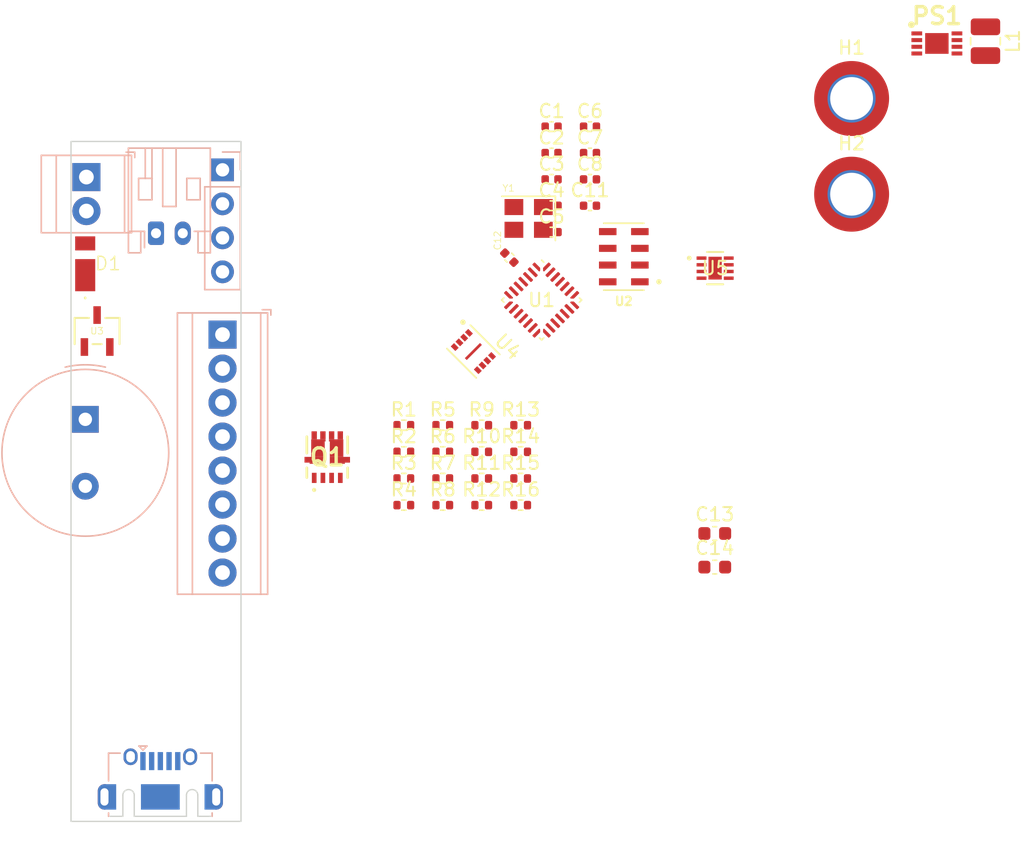
<source format=kicad_pcb>
(kicad_pcb (version 20221018) (generator pcbnew)
  (layers (0 "F.Cu" signal) (1 "In1.Cu" power) (2 "In2.Cu" power) (31 "B.Cu" signal) (34 "B.Paste" user) (35 "F.Paste" user) (36 "B.SilkS" user "B.Silkscreen") (37 "F.SilkS" user "F.Silkscreen") (38 "B.Mask" user) (39 "F.Mask" user) (44 "Edge.Cuts" user))
  (net 0 "")
  (net 1 "PWR")
  (net 2 "GND")
  (net 3 "Net-(BZ1--)")
  (net 4 "+3.3V")
  (net 5 "/V_LDO_IN")
  (net 6 "OSC_IN")
  (net 7 "OSC_OUT")
  (net 8 "V_LIPO")
  (net 9 "+5V")
  (net 10 "FET_D")
  (net 11 "FET_M")
  (net 12 "PT_0_IN")
  (net 13 "PT_1_IN")
  (net 15 "USB_D-")
  (net 16 "USB_D+")
  (net 19 "SWD_CLK")
  (net 20 "SWD_IO")
  (net 21 "Net-(PS1-SW)")
  (net 24 "CMP_MAIN")
  (net 25 "CMP_DROUGE")
  (net 30 "V_BATT")
  (net 31 "CMP_LDO_IN_A")
  (net 32 "CMP_RAIL_A")
  (net 33 "FIRE_M")
  (net 34 "FIRE_D")
  (net 35 "SENSE_D")
  (net 36 "SENSE_M")
  (net 37 "Net-(U1-PA9{slash}PA11)")
  (net 38 "Net-(U1-PA10{slash}PA12)")
  (net 39 "RESET_N")
  (net 40 "CS_FLASH")
  (net 41 "SCK1")
  (net 42 "MISO1")
  (net 43 "MOSI1")
  (net 44 "CS_BARO")
  (net 45 "BA_SCK1")
  (net 46 "BA_MISO1")
  (net 47 "BA_MOSI1")
  (footprint "W25X40CLUXIG_TR:PSON50P300X200X60-9N" (layer "F.Cu") (at 55.460553 41.094106 -45)
    (fp_text reference "U4" (at 1.575 -2.075 135) (layer "F.SilkS"))
    (fp_text value "W25X40CLUXIG_TR")
    (fp_line (start -1.55 -1.239) (end 1.55 -1.239) (stroke (width 0.127)) (layer "F.SilkS"))
    (fp_line (start -1.55 1.239) (end 1.55 1.239) (stroke (width 0.127)) (layer "F.SilkS"))
    (fp_circle (center -2.1 -1) (end -2 -1) (stroke (width 0.2)) (fill none) (layer "F.SilkS"))
    (pad "1" smd rect (at -1.22 -0.75 315) (size 0.49 0.35) (layers "F.Cu" "F.Paste" "F.Mask") (net 40 "CS_FLASH"))
    (pad "2" smd rect (at -1.22 -0.25 315) (size 0.49 0.35) (layers "F.Cu" "F.Paste" "F.Mask") (net 42 "MISO1"))
    (pad "3" smd rect (at -1.22 0.25 315) (size 0.49 0.35) (layers "F.Cu" "F.Paste" "F.Mask") (net 4 "+3.3V"))
    (pad "4" smd rect (at -1.22 0.75 315) (size 0.49 0.35) (layers "F.Cu" "F.Paste" "F.Mask") (net 2 "GND"))
    (pad "5" smd rect (at 1.22 0.75 135) (size 0.49 0.35) (layers "F.Cu" "F.Paste" "F.Mask") (net 43 "MOSI1"))
    (pad "6" smd rect (at 1.22 0.25 135) (size 0.49 0.35) (layers "F.Cu" "F.Paste" "F.Mask") (net 41 "SCK1"))
    (pad "7" smd rect (at 1.22 -0.25 135) (size 0.49 0.35) (layers "F.Cu" "F.Paste" "F.Mask") (net 4 "+3.3V"))
    (pad "8" smd rect (at 1.22 -0.75 135) (size 0.49 0.35) (layers "F.Cu" "F.Paste" "F.Mask") (net 4 "+3.3V"))
    (pad "9" smd rect (at 0 0 315) (size 0.2 1.6) (layers "F.Cu" "F.Paste" "F.Mask") (net 2 "GND"))
  )
  (footprint "Resistor_SMD:R_0402_1005Metric" (layer "F.Cu") (at 58.995 48.59)
    (fp_text reference "R14" (at 0 -1.17) (layer "F.SilkS"))
    (fp_text value "27k")
    (fp_line (start -0.153641 -0.38) (end 0.153641 -0.38) (stroke (width 0.12)) (layer "F.SilkS"))
    (fp_line (start -0.153641 0.38) (end 0.153641 0.38) (stroke (width 0.12)) (layer "F.SilkS"))
    (pad "1" smd roundrect (at -0.51 0) (size 0.54 0.64) (layers "F.Cu" "F.Paste" "F.Mask") (net 36 "SENSE_M"))
    (pad "2" smd roundrect (at 0.51 0) (size 0.54 0.64) (layers "F.Cu" "F.Paste" "F.Mask") (net 2 "GND"))
  )
  (footprint "Resistor_SMD:R_0402_1005Metric" (layer "F.Cu") (at 58.995 46.6)
    (fp_text reference "R13" (at 0 -1.17) (layer "F.SilkS"))
    (fp_text value "100k")
    (fp_line (start -0.153641 -0.38) (end 0.153641 -0.38) (stroke (width 0.12)) (layer "F.SilkS"))
    (fp_line (start -0.153641 0.38) (end 0.153641 0.38) (stroke (width 0.12)) (layer "F.SilkS"))
    (pad "1" smd roundrect (at -0.51 0) (size 0.54 0.64) (layers "F.Cu" "F.Paste" "F.Mask") (net 11 "FET_M"))
    (pad "2" smd roundrect (at 0.51 0) (size 0.54 0.64) (layers "F.Cu" "F.Paste" "F.Mask") (net 36 "SENSE_M"))
  )
  (footprint "Capacitor_SMD:C_0402_1005Metric" (layer "F.Cu") (at 58.15 34.08 135)
    (fp_text reference "C12" (at 1.527351 0.282843 90) (layer "F.SilkS") (effects (font (size 0.5 0.5) (thickness 0.0625))))
    (fp_text value "10pF")
    (fp_line (start -0.107836 -0.36) (end 0.107836 -0.36) (stroke (width 0.12)) (layer "F.SilkS"))
    (fp_line (start -0.107836 0.36) (end 0.107836 0.36) (stroke (width 0.12)) (layer "F.SilkS"))
    (pad "1" smd roundrect (at -0.48 0 135) (size 0.56 0.62) (layers "F.Cu" "F.Paste" "F.Mask") (net 7 "OSC_OUT"))
    (pad "2" smd roundrect (at 0.48 0 135) (size 0.56 0.62) (layers "F.Cu" "F.Paste" "F.Mask") (net 2 "GND"))
  )
  (footprint "Resistor_SMD:R_0402_1005Metric" (layer "F.Cu") (at 56.085 52.57)
    (fp_text reference "R12" (at 0 -1.17) (layer "F.SilkS"))
    (fp_text value "27k")
    (fp_line (start -0.153641 -0.38) (end 0.153641 -0.38) (stroke (width 0.12)) (layer "F.SilkS"))
    (fp_line (start -0.153641 0.38) (end 0.153641 0.38) (stroke (width 0.12)) (layer "F.SilkS"))
    (pad "1" smd roundrect (at -0.51 0) (size 0.54 0.64) (layers "F.Cu" "F.Paste" "F.Mask") (net 35 "SENSE_D"))
    (pad "2" smd roundrect (at 0.51 0) (size 0.54 0.64) (layers "F.Cu" "F.Paste" "F.Mask") (net 2 "GND"))
  )
  (footprint "Resistor_SMD:R_0402_1005Metric" (layer "F.Cu") (at 53.175 52.57)
    (fp_text reference "R8" (at 0 -1.17) (layer "F.SilkS"))
    (fp_text value "3.3k")
    (fp_line (start -0.153641 -0.38) (end 0.153641 -0.38) (stroke (width 0.12)) (layer "F.SilkS"))
    (fp_line (start -0.153641 0.38) (end 0.153641 0.38) (stroke (width 0.12)) (layer "F.SilkS"))
    (pad "1" smd roundrect (at -0.51 0) (size 0.54 0.64) (layers "F.Cu" "F.Paste" "F.Mask") (net 2 "GND"))
    (pad "2" smd roundrect (at 0.51 0) (size 0.54 0.64) (layers "F.Cu" "F.Paste" "F.Mask") (net 33 "FIRE_M"))
  )
  (footprint "Resistor_SMD:R_0402_1005Metric" (layer "F.Cu") (at 56.085 50.58)
    (fp_text reference "R11" (at 0 -1.17) (layer "F.SilkS"))
    (fp_text value "100k")
    (fp_line (start -0.153641 -0.38) (end 0.153641 -0.38) (stroke (width 0.12)) (layer "F.SilkS"))
    (fp_line (start -0.153641 0.38) (end 0.153641 0.38) (stroke (width 0.12)) (layer "F.SilkS"))
    (pad "1" smd roundrect (at -0.51 0) (size 0.54 0.64) (layers "F.Cu" "F.Paste" "F.Mask") (net 10 "FET_D"))
    (pad "2" smd roundrect (at 0.51 0) (size 0.54 0.64) (layers "F.Cu" "F.Paste" "F.Mask") (net 35 "SENSE_D"))
  )
  (footprint "Capacitor_SMD:C_0402_1005Metric" (layer "F.Cu") (at 64.175 30.2)
    (fp_text reference "C11" (at 0 -1.16) (layer "F.SilkS"))
    (fp_text value "10pF")
    (fp_line (start -0.107836 -0.36) (end 0.107836 -0.36) (stroke (width 0.12)) (layer "F.SilkS"))
    (fp_line (start -0.107836 0.36) (end 0.107836 0.36) (stroke (width 0.12)) (layer "F.SilkS"))
    (pad "1" smd roundrect (at -0.48 0) (size 0.56 0.62) (layers "F.Cu" "F.Paste" "F.Mask") (net 6 "OSC_IN"))
    (pad "2" smd roundrect (at 0.48 0) (size 0.56 0.62) (layers "F.Cu" "F.Paste" "F.Mask") (net 2 "GND"))
  )
  (footprint "Resistor_SMD:R_0402_1005Metric" (layer "F.Cu") (at 56.085 46.6)
    (fp_text reference "R9" (at 0 -1.17) (layer "F.SilkS"))
    (fp_text value "3.3k")
    (fp_line (start -0.153641 -0.38) (end 0.153641 -0.38) (stroke (width 0.12)) (layer "F.SilkS"))
    (fp_line (start -0.153641 0.38) (end 0.153641 0.38) (stroke (width 0.12)) (layer "F.SilkS"))
    (pad "1" smd roundrect (at -0.51 0) (size 0.54 0.64) (layers "F.Cu" "F.Paste" "F.Mask") (net 2 "GND"))
    (pad "2" smd roundrect (at 0.51 0) (size 0.54 0.64) (layers "F.Cu" "F.Paste" "F.Mask") (net 34 "FIRE_D"))
  )
  (footprint "Capacitor_SMD:C_0402_1005Metric" (layer "F.Cu") (at 61.305 32.17)
    (fp_text reference "C5" (at 0 -1.16) (layer "F.SilkS"))
    (fp_text value "0.1uF")
    (fp_line (start -0.107836 -0.36) (end 0.107836 -0.36) (stroke (width 0.12)) (layer "F.SilkS"))
    (fp_line (start -0.107836 0.36) (end 0.107836 0.36) (stroke (width 0.12)) (layer "F.SilkS"))
    (pad "1" smd roundrect (at -0.48 0) (size 0.56 0.62) (layers "F.Cu" "F.Paste" "F.Mask") (net 4 "+3.3V"))
    (pad "2" smd roundrect (at 0.48 0) (size 0.56 0.62) (layers "F.Cu" "F.Paste" "F.Mask") (net 2 "GND"))
  )
  (footprint "Capacitor_SMD:C_0603_1608Metric" (layer "F.Cu") (at 73.495 57.2)
    (fp_text reference "C14" (at 0 -1.43) (layer "F.SilkS"))
    (fp_text value "10uF")
    (fp_line (start -0.14058 -0.51) (end 0.14058 -0.51) (stroke (width 0.12)) (layer "F.SilkS"))
    (fp_line (start -0.14058 0.51) (end 0.14058 0.51) (stroke (width 0.12)) (layer "F.SilkS"))
    (pad "1" smd roundrect (at -0.775 0) (size 0.9 0.95) (layers "F.Cu" "F.Paste" "F.Mask") (net 9 "+5V"))
    (pad "2" smd roundrect (at 0.775 0) (size 0.9 0.95) (layers "F.Cu" "F.Paste" "F.Mask") (net 2 "GND"))
  )
  (footprint "LM293QT:DFN8_2P16X2P16X0P5_STM" (layer "F.Cu") (at 73.5229 34.8647)
    (fp_text reference "U5" (at 0 0 unlocked) (layer "F.SilkS"))
    (fp_text value "LM293QT")
    (fp_line (start -0.601371 1.2065) (end 0.601371 1.2065) (stroke (width 0.1524)) (layer "F.SilkS"))
    (fp_line (start 0.601371 -1.2065) (end -0.601371 -1.2065) (stroke (width 0.1524)) (layer "F.SilkS"))
    (fp_circle (center -1.9351 -0.75) (end -1.8335 -0.75) (stroke (width 0.1524)) (fill none) (layer "F.SilkS"))
    (pad "1" smd rect (at -1.016 -0.750001) (size 0.7366 0.254) (layers "F.Cu" "F.Paste" "F.Mask") (net 24 "CMP_MAIN"))
    (pad "2" smd rect (at -1.016 -0.25) (size 0.7366 0.254) (layers "F.Cu" "F.Paste" "F.Mask") (net 32 "CMP_RAIL_A"))
    (pad "3" smd rect (at -1.016 0.25) (size 0.7366 0.254) (layers "F.Cu" "F.Paste" "F.Mask") (net 31 "CMP_LDO_IN_A"))
    (pad "4" smd rect (at -1.016 0.750001) (size 0.7366 0.254) (layers "F.Cu" "F.Paste" "F.Mask") (net 2 "GND"))
    (pad "5" smd rect (at 1.016 0.750001) (size 0.7366 0.254) (layers "F.Cu" "F.Paste" "F.Mask") (net 31 "CMP_LDO_IN_A"))
    (pad "6" smd rect (at 1.016 0.25) (size 0.7366 0.254) (layers "F.Cu" "F.Paste" "F.Mask") (net 32 "CMP_RAIL_A"))
    (pad "7" smd rect (at 1.016 -0.25) (size 0.7366 0.254) (layers "F.Cu" "F.Paste" "F.Mask") (net 25 "CMP_DROUGE"))
    (pad "8" smd rect (at 1.016 -0.750001) (size 0.7366 0.254) (layers "F.Cu" "F.Paste" "F.Mask") (net 4 "+3.3V"))
    (pad "9" smd rect (at 0 0) (size 0.9906 1.7018) (layers "F.Cu" "F.Paste" "F.Mask") (net 2 "GND"))
  )
  (footprint "Resistor_SMD:R_0402_1005Metric" (layer "F.Cu") (at 58.995 52.57)
    (fp_text reference "R16" (at 0 -1.17) (layer "F.SilkS"))
    (fp_text value "33")
    (fp_line (start -0.153641 -0.38) (end 0.153641 -0.38) (stroke (width 0.12)) (layer "F.SilkS"))
    (fp_line (start -0.153641 0.38) (end 0.153641 0.38) (stroke (width 0.12)) (layer "F.SilkS"))
    (pad "1" smd roundrect (at -0.51 0) (size 0.54 0.64) (layers "F.Cu" "F.Paste" "F.Mask") (net 38 "Net-(U1-PA10{slash}PA12)"))
    (pad "2" smd roundrect (at 0.51 0) (size 0.54 0.64) (layers "F.Cu" "F.Paste" "F.Mask") (net 16 "USB_D+"))
  )
  (footprint "Capacitor_SMD:C_0402_1005Metric" (layer "F.Cu") (at 61.305 28.23)
    (fp_text reference "C3" (at 0 -1.16) (layer "F.SilkS"))
    (fp_text value "4.7uF")
    (fp_line (start -0.107836 -0.36) (end 0.107836 -0.36) (stroke (width 0.12)) (layer "F.SilkS"))
    (fp_line (start -0.107836 0.36) (end 0.107836 0.36) (stroke (width 0.12)) (layer "F.SilkS"))
    (pad "1" smd roundrect (at -0.48 0) (size 0.56 0.62) (layers "F.Cu" "F.Paste" "F.Mask") (net 4 "+3.3V"))
    (pad "2" smd roundrect (at 0.48 0) (size 0.56 0.62) (layers "F.Cu" "F.Paste" "F.Mask") (net 2 "GND"))
  )
  (footprint "Capacitor_SMD:C_0402_1005Metric" (layer "F.Cu") (at 64.175 26.26)
    (fp_text reference "C7" (at 0 -1.16) (layer "F.SilkS"))
    (fp_text value "2.2uF")
    (fp_line (start -0.107836 -0.36) (end 0.107836 -0.36) (stroke (width 0.12)) (layer "F.SilkS"))
    (fp_line (start -0.107836 0.36) (end 0.107836 0.36) (stroke (width 0.12)) (layer "F.SilkS"))
    (pad "1" smd roundrect (at -0.48 0) (size 0.56 0.62) (layers "F.Cu" "F.Paste" "F.Mask") (net 4 "+3.3V"))
    (pad "2" smd roundrect (at 0.48 0) (size 0.56 0.62) (layers "F.Cu" "F.Paste" "F.Mask") (net 2 "GND"))
  )
  (footprint "DFLS130L-7:DFLS130L7" (layer "F.Cu") (at 26.46 34.54 -90)
    (fp_text reference "D1" (at -0.02 -1.7 180) (layer "F.SilkS") (effects (font (thickness 0.1))))
    (fp_text value "DFLS130L-7" hide)
    (fp_line (start 2.5 0) (end 2.5 0) (stroke (width 0.1)) (layer "F.SilkS"))
    (fp_line (start 2.6 0) (end 2.6 0) (stroke (width 0.1)) (layer "F.SilkS"))
    (fp_arc (start 2.5 0) (mid 2.55 -0.05) (end 2.6 0) (stroke (width 0.1)) (layer "F.SilkS"))
    (fp_arc (start 2.6 0) (mid 2.55 0.05) (end 2.5 0) (stroke (width 0.1)) (layer "F.SilkS"))
    (pad "1" smd rect (at 0.85 0) (size 1.5 2.4) (layers "F.Cu" "F.Paste" "F.Mask") (net 5 "/V_LDO_IN"))
    (pad "2" smd rect (at -1.525 0 270) (size 1.05 1.5) (layers "F.Cu" "F.Paste" "F.Mask") (net 8 "V_LIPO"))
  )
  (footprint "Capacitor_SMD:C_0402_1005Metric" (layer "F.Cu") (at 64.175 28.23)
    (fp_text reference "C8" (at 0 -1.16) (layer "F.SilkS"))
    (fp_text value "4.7uF")
    (fp_line (start -0.107836 -0.36) (end 0.107836 -0.36) (stroke (width 0.12)) (layer "F.SilkS"))
    (fp_line (start -0.107836 0.36) (end 0.107836 0.36) (stroke (width 0.12)) (layer "F.SilkS"))
    (pad "1" smd roundrect (at -0.48 0) (size 0.56 0.62) (layers "F.Cu" "F.Paste" "F.Mask") (net 4 "+3.3V"))
    (pad "2" smd roundrect (at 0.48 0) (size 0.56 0.62) (layers "F.Cu" "F.Paste" "F.Mask") (net 2 "GND"))
  )
  (footprint "Inductor_SMD:L_1008_2520Metric" (layer "F.Cu") (at 93.72 17.91 -90)
    (fp_text reference "L1" (at 0 -2.05 90) (layer "F.SilkS"))
    (fp_text value "4.7uH")
    (fp_line (start -0.261252 -1.11) (end 0.261252 -1.11) (stroke (width 0.12)) (layer "F.SilkS"))
    (fp_line (start -0.261252 1.11) (end 0.261252 1.11) (stroke (width 0.12)) (layer "F.SilkS"))
    (pad "1" smd roundrect (at -1.075 0 270) (size 1.25 2.2) (layers "F.Cu" "F.Paste" "F.Mask") (roundrect_rratio 0.2) (net 8 "V_LIPO"))
    (pad "2" smd roundrect (at 1.075 0 270) (size 1.25 2.2) (layers "F.Cu" "F.Paste" "F.Mask") (roundrect_rratio 0.2) (net 21 "Net-(PS1-SW)"))
  )
  (footprint "Capacitor_SMD:C_0402_1005Metric" (layer "F.Cu") (at 61.305 26.26)
    (fp_text reference "C2" (at 0 -1.16) (layer "F.SilkS"))
    (fp_text value "100nF")
    (fp_line (start -0.107836 -0.36) (end 0.107836 -0.36) (stroke (width 0.12)) (layer "F.SilkS"))
    (fp_line (start -0.107836 0.36) (end 0.107836 0.36) (stroke (width 0.12)) (layer "F.SilkS"))
    (pad "1" smd roundrect (at -0.48 0) (size 0.56 0.62) (layers "F.Cu" "F.Paste" "F.Mask") (net 4 "+3.3V"))
    (pad "2" smd roundrect (at 0.48 0) (size 0.56 0.62) (layers "F.Cu" "F.Paste" "F.Mask") (net 2 "GND"))
  )
  (footprint "Capacitor_SMD:C_0603_1608Metric" (layer "F.Cu") (at 73.495 54.69)
    (fp_text reference "C13" (at 0 -1.43) (layer "F.SilkS"))
    (fp_text value "10uF")
    (fp_line (start -0.14058 -0.51) (end 0.14058 -0.51) (stroke (width 0.12)) (layer "F.SilkS"))
    (fp_line (start -0.14058 0.51) (end 0.14058 0.51) (stroke (width 0.12)) (layer "F.SilkS"))
    (pad "1" smd roundrect (at -0.775 0) (size 0.9 0.95) (layers "F.Cu" "F.Paste" "F.Mask") (net 8 "V_LIPO"))
    (pad "2" smd roundrect (at 0.775 0) (size 0.9 0.95) (layers "F.Cu" "F.Paste" "F.Mask") (net 2 "GND"))
  )
  (footprint "Capacitor_SMD:C_0402_1005Metric" (layer "F.Cu") (at 61.305 24.29)
    (fp_text reference "C1" (at 0 -1.16) (layer "F.SilkS"))
    (fp_text value "100nF")
    (fp_line (start -0.107836 -0.36) (end 0.107836 -0.36) (stroke (width 0.12)) (layer "F.SilkS"))
    (fp_line (start -0.107836 0.36) (end 0.107836 0.36) (stroke (width 0.12)) (layer "F.SilkS"))
    (pad "1" smd roundrect (at -0.48 0) (size 0.56 0.62) (layers "F.Cu" "F.Paste" "F.Mask") (net 4 "+3.3V"))
    (pad "2" smd roundrect (at 0.48 0) (size 0.56 0.62) (layers "F.Cu" "F.Paste" "F.Mask") (net 2 "GND"))
  )
  (footprint "Resistor_SMD:R_0402_1005Metric" (layer "F.Cu") (at 50.265 48.59)
    (fp_text reference "R2" (at 0 -1.17) (layer "F.SilkS"))
    (fp_text value "10k")
    (fp_line (start -0.153641 -0.38) (end 0.153641 -0.38) (stroke (width 0.12)) (layer "F.SilkS"))
    (fp_line (start -0.153641 0.38) (end 0.153641 0.38) (stroke (width 0.12)) (layer "F.SilkS"))
    (pad "1" smd roundrect (at -0.51 0) (size 0.54 0.64) (layers "F.Cu" "F.Paste" "F.Mask") (net 30 "V_BATT"))
    (pad "2" smd roundrect (at 0.51 0) (size 0.54 0.64) (layers "F.Cu" "F.Paste" "F.Mask") (net 2 "GND"))
  )
  (footprint "Package_DFN_QFN:QFN-28_4x4mm_P0.5mm" (layer "F.Cu") (at 60.56 37.25 -45)
    (fp_text reference "U1" (at 0 0 -180) (layer "F.SilkS"))
    (fp_text value "STM32F042G6Ux")
    (fp_line (start -2.11 2.11) (end -2.11 1.885) (stroke (width 0.12)) (layer "F.SilkS"))
    (fp_line (start -1.885 -2.11) (end -2.11 -2.11) (stroke (width 0.12)) (layer "F.SilkS"))
    (fp_line (start -1.885 2.11) (end -2.11 2.11) (stroke (width 0.12)) (layer "F.SilkS"))
    (fp_line (start 1.885 -2.11) (end 2.11 -2.11) (stroke (width 0.12)) (layer "F.SilkS"))
    (fp_line (start 1.885 2.11) (end 2.11 2.11) (stroke (width 0.12)) (layer "F.SilkS"))
    (fp_line (start 2.11 -2.11) (end 2.11 -1.885) (stroke (width 0.12)) (layer "F.SilkS"))
    (fp_line (start 2.11 2.11) (end 2.11 1.885) (stroke (width 0.12)) (layer "F.SilkS"))
    (pad "1" smd custom (at -1.9975 -1.5 315) (size 0.136863 0.136863) (layers "F.Cu" "F.Paste" "F.Mask") (net 2 "GND") (options (clearance outline) (anchor circle)) (primitives (gr_poly (pts (xy 0.3325 0.05364) (xy 0.3325 0.08) (xy -0.3325 0.08) (xy -0.3325 -0.08) (xy 0.19886 -0.08)) (width 0.09) (fill yes))))
    (pad "2" smd roundrect (at -1.9375 -1 315) (size 0.875 0.25) (layers "F.Cu" "F.Paste" "F.Mask") (net 6 "OSC_IN"))
    (pad "3" smd roundrect (at -1.9375 -0.5 315) (size 0.875 0.25) (layers "F.Cu" "F.Paste" "F.Mask") (net 7 "OSC_OUT"))
    (pad "4" smd roundrect (at -1.9375 0 315) (size 0.875 0.25) (layers "F.Cu" "F.Paste" "F.Mask") (net 39 "RESET_N"))
    (pad "5" smd roundrect (at -1.9375 0.5 315) (size 0.875 0.25) (layers "F.Cu" "F.Paste" "F.Mask") (net 4 "+3.3V"))
    (pad "6" smd roundrect (at -1.9375 1 315) (size 0.875 0.25) (layers "F.Cu" "F.Paste" "F.Mask") (net 36 "SENSE_M"))
    (pad "7" smd custom (at -1.9975 1.5 315) (size 0.136863 0.136863) (layers "F.Cu" "F.Paste" "F.Mask") (net 35 "SENSE_D") (options (clearance outline) (anchor circle)) (primitives (gr_poly (pts (xy 0.3325 -0.05364) (xy 0.19886 0.08) (xy -0.3325 0.08) (xy -0.3325 -0.08) (xy 0.3325 -0.08)) (width 0.09) (fill yes))))
    (pad "8" smd custom (at -1.5 1.9975 315) (size 0.136863 0.136863) (layers "F.Cu" "F.Paste" "F.Mask") (net 30 "V_BATT") (options (clearance outline) (anchor circle)) (primitives (gr_poly (pts (xy 0.08 0.3325) (xy -0.08 0.3325) (xy -0.08 -0.19886) (xy 0.05364 -0.3325) (xy 0.08 -0.3325)) (width 0.09) (fill yes))))
    (pad "9" smd roundrect (at -1 1.9375 315) (size 0.25 0.875) (layers "F.Cu" "F.Paste" "F.Mask") (net 3 "Net-(BZ1--)"))
    (pad "10" smd roundrect (at -0.5 1.9375 315) (size 0.25 0.875) (layers "F.Cu" "F.Paste" "F.Mask") (net 40 "CS_FLASH"))
    (pad "11" smd roundrect (at 0 1.9375 315) (size 0.25 0.875) (layers "F.Cu" "F.Paste" "F.Mask") (net 41 "SCK1"))
    (pad "12" smd roundrect (at 0.5 1.9375 315) (size 0.25 0.875) (layers "F.Cu" "F.Paste" "F.Mask") (net 42 "MISO1"))
    (pad "13" smd roundrect (at 1 1.9375 315) (size 0.25 0.875) (layers "F.Cu" "F.Paste" "F.Mask") (net 43 "MOSI1"))
    (pad "14" smd custom (at 1.5 1.9975 315) (size 0.136863 0.136863) (layers "F.Cu" "F.Paste" "F.Mask") (net 12 "PT_0_IN") (options (clearance outline) (anchor circle)) (primitives (gr_poly (pts (xy 0.08 -0.19886) (xy 0.08 0.3325) (xy -0.08 0.3325) (xy -0.08 -0.3325) (xy -0.05364 -0.3325)) (width 0.09) (fill yes))))
    (pad "15" smd custom (at 1.9975 1.5 315) (size 0.136863 0.136863) (layers "F.Cu" "F.Paste" "F.Mask") (net 13 "PT_1_IN") (options (clearance outline) (anchor circle)) (primitives (gr_poly (pts (xy 0.3325 0.08) (xy -0.19886 0.08) (xy -0.3325 -0.05364) (xy -0.3325 -0.08) (xy 0.3325 -0.08)) (width 0.09) (fill yes))))
    (pad "16" smd roundrect (at 1.9375 1 315) (size 0.875 0.25) (layers "F.Cu" "F.Paste" "F.Mask") (net 2 "GND"))
    (pad "17" smd roundrect (at 1.9375 0.5 315) (size 0.875 0.25) (layers "F.Cu" "F.Paste" "F.Mask") (net 4 "+3.3V"))
    (pad "18" smd roundrect (at 1.9375 0 315) (size 0.875 0.25) (layers "F.Cu" "F.Paste" "F.Mask") (net 4 "+3.3V"))
    (pad "19" smd roundrect (at 1.9375 -0.5 315) (size 0.875 0.25) (layers "F.Cu" "F.Paste" "F.Mask") (net 37 "Net-(U1-PA9{slash}PA11)"))
    (pad "20" smd roundrect (at 1.9375 -1 315) (size 0.875 0.25) (layers "F.Cu" "F.Paste" "F.Mask") (net 38 "Net-(U1-PA10{slash}PA12)"))
    (pad "21" smd custom (at 1.9975 -1.5 315) (size 0.136863 0.136863) (layers "F.Cu" "F.Paste" "F.Mask") (net 20 "SWD_IO") (options (clearance outline) (anchor circle)) (primitives (gr_poly (pts (xy 0.3325 0.08) (xy -0.3325 0.08) (xy -0.3325 0.05364) (xy -0.19886 -0.08) (xy 0.3325 -0.08)) (width 0.09) (fill yes))))
    (pad "22" smd custom (at 1.5 -1.9975 315) (size 0.136863 0.136863) (layers "F.Cu" "F.Paste" "F.Mask") (net 19 "SWD_CLK") (options (clearance outline) (anchor circle)) (primitives (gr_poly (pts (xy 0.08 0.19886) (xy -0.05364 0.3325) (xy -0.08 0.3325) (xy -0.08 -0.3325) (xy 0.08 -0.3325)) (width 0.09) (fill yes))))
    (pad "23" smd roundrect (at 1 -1.9375 315) (size 0.25 0.875) (layers "F.Cu" "F.Paste" "F.Mask") (net 44 "CS_BARO"))
    (pad "24" smd roundrect (at 0.5 -1.9375 315) (size 0.25 0.875) (layers "F.Cu" "F.Paste" "F.Mask") (net 45 "BA_SCK1"))
    (pad "25" smd roundrect (at 0 -1.9375 315) (size 0.25 0.875) (layers "F.Cu" "F.Paste" "F.Mask") (net 46 "BA_MISO1"))
    (pad "26" smd roundrect (at -0.5 -1.9375 315) (size 0.25 0.875) (layers "F.Cu" "F.Paste" "F.Mask") (net 47 "BA_MOSI1"))
    (pad "27" smd roundrect (at -1 -1.9375 315) (size 0.25 0.875) (layers "F.Cu" "F.Paste" "F.Mask") (net 33 "FIRE_M"))
    (pad "28" smd custom (at -1.5 -1.9975 315) (size 0.136863 0.136863) (layers "F.Cu" "F.Paste" "F.Mask") (net 34 "FIRE_D") (options (clearance outline) (anchor circle)) (primitives (gr_poly (pts (xy 0.08 0.3325) (xy 0.05364 0.3325) (xy -0.08 0.19886) (xy -0.08 -0.3325) (xy 0.08 -0.3325)) (width 0.09) (fill yes))))
  )
  (footprint "Resistor_SMD:R_0402_1005Metric" (layer "F.Cu") (at 58.995 50.58)
    (fp_text reference "R15" (at 0 -1.17) (layer "F.SilkS"))
    (fp_text value "33")
    (fp_line (start -0.153641 -0.38) (end 0.153641 -0.38) (stroke (width 0.12)) (layer "F.SilkS"))
    (fp_line (start -0.153641 0.38) (end 0.153641 0.38) (stroke (width 0.12)) (layer "F.SilkS"))
    (pad "1" smd roundrect (at -0.51 0) (size 0.54 0.64) (layers "F.Cu" "F.Paste" "F.Mask") (net 37 "Net-(U1-PA9{slash}PA11)"))
    (pad "2" smd roundrect (at 0.51 0) (size 0.54 0.64) (layers "F.Cu" "F.Paste" "F.Mask") (net 15 "USB_D-"))
  )
  (footprint "MountingHole:MountingHole_3.2mm_M3_DIN965_Pad_TopOnly" (layer "F.Cu") (at 83.72 29.34)
    (fp_text reference "H2" (at 0 -3.8) (layer "F.SilkS"))
    (fp_text value "MountingHole_Pad")
    (pad "1" thru_hole circle (at 0 0) (size 3.6 3.6) (drill 3.2) (layers "*.Cu" "*.Mask") (net 2 "GND"))
    (pad "1" connect circle (at 0 0) (size 5.6 5.6) (layers "F.Cu" "F.Mask") (net 2 "GND"))
  )
  (footprint "SI7232DN-T1-GE3:SI7232DNT1GE3" (layer "F.Cu") (at 44.545 48.985)
    (fp_text reference "Q1" (at 0 0) (layer "F.SilkS") (effects (font (size 1.27 1.27) (thickness 0.254))))
    (fp_text value "SI7232DN-T1-GE3" hide)
    (fp_line (start -1.525 -1.525) (end -1.525 -0.3) (stroke (width 0.2)) (layer "F.SilkS"))
    (fp_line (start -1.525 0.8) (end -1.525 1.525) (stroke (width 0.2)) (layer "F.SilkS"))
    (fp_line (start -0.975 2.4) (end -0.975 2.4) (stroke (width 0.2)) (layer "F.SilkS"))
    (fp_line (start -0.975 2.4) (end -0.975 2.4) (stroke (width 0.2)) (layer "F.SilkS"))
    (fp_line (start -0.975 2.5) (end -0.975 2.5) (stroke (width 0.2)) (layer "F.SilkS"))
    (fp_line (start 1.525 -1.525) (end 1.525 -0.3) (stroke (width 0.2)) (layer "F.SilkS"))
    (fp_line (start 1.525 0.8) (end 1.525 1.525) (stroke (width 0.2)) (layer "F.SilkS"))
    (fp_arc (start -0.975 2.4) (mid -0.925 2.45) (end -0.975 2.5) (stroke (width 0.2)) (layer "F.SilkS"))
    (fp_arc (start -0.975 2.5) (mid -1.025 2.45) (end -0.975 2.4) (stroke (width 0.2)) (layer "F.SilkS"))
    (fp_arc (start -0.975 2.5) (mid -1.025 2.45) (end -0.975 2.4) (stroke (width 0.2)) (layer "F.SilkS"))
    (pad "1" smd rect (at -0.975 1.55) (size 0.35 0.76) (layers "F.Cu" "F.Paste" "F.Mask") (net 2 "GND"))
    (pad "2" smd rect (at -0.325 1.55) (size 0.35 0.76) (layers "F.Cu" "F.Paste" "F.Mask") (net 24 "CMP_MAIN"))
    (pad "3" smd rect (at 0.325 1.55) (size 0.35 0.76) (layers "F.Cu" "F.Paste" "F.Mask") (net 2 "GND"))
    (pad "4" smd rect (at 0.975 1.55) (size 0.35 0.76) (layers "F.Cu" "F.Paste" "F.Mask") (net 25 "CMP_DROUGE"))
    (pad "5" smd rect (at 0.975 -1.63) (size 0.4 0.6) (layers "F.Cu" "F.Paste" "F.Mask") (net 11 "FET_M"))
    (pad "6" smd rect (at 0.325 -1.63) (size 0.4 0.6) (layers "F.Cu" "F.Paste" "F.Mask") (net 11 "FET_M"))
    (pad "7" smd rect (at -0.325 -1.63) (size 0.4 0.6) (layers "F.Cu" "F.Paste" "F.Mask") (net 10 "FET_D"))
    (pad "8" smd rect (at -0.975 -1.63) (size 0.4 0.6) (layers "F.Cu" "F.Paste" "F.Mask") (net 10 "FET_D"))
    (pad "9" smd rect (at -0.695 -0.675) (size 1.01 1.31) (layers "F.Cu" "F.Paste" "F.Mask") (net 10 "FET_D"))
    (pad "10" smd rect (at -0.945 0.195 90) (size 0.43 1.51) (layers "F.Cu" "F.Paste" "F.Mask") (net 10 "FET_D"))
    (pad "11" smd rect (at -0.755 0.455 90) (size 0.09 1.13) (layers "F.Cu" "F.Paste" "F.Mask"))
    (pad "12" smd rect (at 0.755 0.455 90) (size 0.09 1.13) (layers "F.Cu" "F.Paste" "F.Mask"))
    (pad "13" smd rect (at 0.945 0.195 90) (size 0.43 1.51) (layers "F.Cu" "F.Paste" "F.Mask") (net 11 "FET_M"))
    (pad "14" smd rect (at 0.695 -0.675) (size 1.01 1.31) (layers "F.Cu" "F.Paste" "F.Mask") (net 11 "FET_M"))
    (pad "15" smd rect (at -0.158 -1.25) (size 0.065 0.16) (layers "F.Cu" "F.Paste" "F.Mask"))
    (pad "16" smd rect (at 0.158 -1.25) (size 0.065 0.16) (layers "F.Cu" "F.Paste" "F.Mask"))
  )
  (footprint "AP2210N_3_3TRG1:SOT_3.3TRG1_DIO" (layer "F.Cu") (at 27.35 39.5638)
    (fp_text reference "U3" (at -0.01 0 unlocked) (layer "F.SilkS") (effects (font (size 0.5 0.5) (thickness 0.0625))))
    (fp_text value "AP2210N-3.3TRG1")
    (fp_line (start -1.6764 -0.9779) (end -1.6764 0.9779) (stroke (width 0.1524)) (layer "F.SilkS"))
    (fp_line (start -0.61214 -0.9779) (end -1.6764 -0.9779) (stroke (width 0.1524)) (layer "F.SilkS"))
    (fp_line (start -0.337861 0.9779) (end 0.337861 0.9779) (stroke (width 0.1524)) (layer "F.SilkS"))
    (fp_line (start 1.6764 -0.9779) (end 0.61214 -0.9779) (stroke (width 0.1524)) (layer "F.SilkS"))
    (fp_line (start 1.6764 0.9779) (end 1.6764 -0.9779) (stroke (width 0.1524)) (layer "F.SilkS"))
    (pad "1" smd rect (at -0.950001 1.1938) (size 0.5588 1.3208) (layers "F.Cu" "F.Paste" "F.Mask") (net 2 "GND"))
    (pad "2" smd rect (at 0.950001 1.1938) (size 0.5588 1.3208) (layers "F.Cu" "F.Paste" "F.Mask") (net 4 "+3.3V"))
    (pad "3" smd rect (at 0 -1.1938) (size 0.5588 1.3208) (layers "F.Cu" "F.Paste" "F.Mask") (net 5 "/V_LDO_IN"))
  )
  (footprint "MCP1642B-50I_MC:SON50P300X200X100-9N-D" (layer "F.Cu") (at 90.09 18.0775)
    (fp_text reference "PS1" (at 0.01 -2.0575) (layer "F.SilkS") (effects (font (size 1.27 1.27) (thickness 0.254))))
    (fp_text value "MCP1642B-50I_MC" hide)
    (fp_circle (center -1.9 -1.4) (end -1.9 -1.275) (stroke (width 0.25)) (fill none) (layer "F.SilkS"))
    (pad "1" smd rect (at -1.5 -0.75 90) (size 0.3 0.8) (layers "F.Cu" "F.Paste" "F.Mask") (net 8 "V_LIPO"))
    (pad "2" smd rect (at -1.5 -0.25 90) (size 0.3 0.8) (layers "F.Cu" "F.Paste" "F.Mask"))
    (pad "3" smd rect (at -1.5 0.25 90) (size 0.3 0.8) (layers "F.Cu" "F.Paste" "F.Mask"))
    (pad "4" smd rect (at -1.5 0.75 90) (size 0.3 0.8) (layers "F.Cu" "F.Paste" "F.Mask") (net 9 "+5V"))
    (pad "5" smd rect (at 1.5 0.75 90) (size 0.3 0.8) (layers "F.Cu" "F.Paste" "F.Mask") (net 21 "Net-(PS1-SW)"))
    (pad "6" smd rect (at 1.5 0.25 90) (size 0.3 0.8) (layers "F.Cu" "F.Paste" "F.Mask") (net 2 "GND"))
    (pad "7" smd rect (at 1.5 -0.25 90) (size 0.3 0.8) (layers "F.Cu" "F.Paste" "F.Mask") (net 2 "GND"))
    (pad "8" smd rect (at 1.5 -0.75 90) (size 0.3 0.8) (layers "F.Cu" "F.Paste" "F.Mask") (net 8 "V_LIPO"))
    (pad "9" smd rect (at 0 0 90) (size 1.55 1.75) (layers "F.Cu" "F.Paste" "F.Mask") (net 2 "GND"))
  )
  (footprint "Resistor_SMD:R_0402_1005Metric" (layer "F.Cu") (at 50.265 52.57)
    (fp_text reference "R4" (at 0 -1.17) (layer "F.SilkS"))
    (fp_text value "8.06k")
    (fp_line (start -0.153641 -0.38) (end 0.153641 -0.38) (stroke (width 0.12)) (layer "F.SilkS"))
    (fp_line (start -0.153641 0.38) (end 0.153641 0.38) (stroke (width 0.12)) (layer "F.SilkS"))
    (pad "1" smd roundrect (at -0.51 0) (size 0.54 0.64) (layers "F.Cu" "F.Paste" "F.Mask") (net 31 "CMP_LDO_IN_A"))
    (pad "2" smd roundrect (at 0.51 0) (size 0.54 0.64) (layers "F.Cu" "F.Paste" "F.Mask") (net 2 "GND"))
  )
  (footprint "Capacitor_SMD:C_0402_1005Metric" (layer "F.Cu") (at 64.175 24.29)
    (fp_text reference "C6" (at 0 -1.16) (layer "F.SilkS"))
    (fp_text value "1uF")
    (fp_line (start -0.107836 -0.36) (end 0.107836 -0.36) (stroke (width 0.12)) (layer "F.SilkS"))
    (fp_line (start -0.107836 0.36) (end 0.107836 0.36) (stroke (width 0.12)) (layer "F.SilkS"))
    (pad "1" smd roundrect (at -0.48 0) (size 0.56 0.62) (layers "F.Cu" "F.Paste" "F.Mask") (net 5 "/V_LDO_IN"))
    (pad "2" smd roundrect (at 0.48 0) (size 0.56 0.62) (layers "F.Cu" "F.Paste" "F.Mask") (net 2 "GND"))
  )
  (footprint "Resistor_SMD:R_0402_1005Metric" (layer "F.Cu") (at 50.265 46.6)
    (fp_text reference "R1" (at 0 -1.17) (layer "F.SilkS"))
    (fp_text value "5.6k")
    (fp_line (start -0.153641 -0.38) (end 0.153641 -0.38) (stroke (width 0.12)) (layer "F.SilkS"))
    (fp_line (start -0.153641 0.38) (end 0.153641 0.38) (stroke (width 0.12)) (layer "F.SilkS"))
    (pad "1" smd roundrect (at -0.51 0) (size 0.54 0.64) (layers "F.Cu" "F.Paste" "F.Mask") (net 8 "V_LIPO"))
    (pad "2" smd roundrect (at 0.51 0) (size 0.54 0.64) (layers "F.Cu" "F.Paste" "F.Mask") (net 30 "V_BATT"))
  )
  (footprint "Capacitor_SMD:C_0402_1005Metric" (layer "F.Cu") (at 61.305 30.2)
    (fp_text reference "C4" (at 0 -1.16) (layer "F.SilkS"))
    (fp_text value "100nF")
    (fp_line (start -0.107836 -0.36) (end 0.107836 -0.36) (stroke (width 0.12)) (layer "F.SilkS"))
    (fp_line (start -0.107836 0.36) (end 0.107836 0.36) (stroke (width 0.12)) (layer "F.SilkS"))
    (pad "1" smd roundrect (at -0.48 0) (size 0.56 0.62) (layers "F.Cu" "F.Paste" "F.Mask") (net 4 "+3.3V"))
    (pad "2" smd roundrect (at 0.48 0) (size 0.56 0.62) (layers "F.Cu" "F.Paste" "F.Mask") (net 2 "GND"))
  )
  (footprint "Resistor_SMD:R_0402_1005Metric" (layer "F.Cu") (at 56.085 48.59)
    (fp_text reference "R10" (at 0 -1.17) (layer "F.SilkS"))
    (fp_text value "100")
    (fp_line (start -0.153641 -0.38) (end 0.153641 -0.38) (stroke (width 0.12)) (layer "F.SilkS"))
    (fp_line (start -0.153641 0.38) (end 0.153641 0.38) (stroke (width 0.12)) (layer "F.SilkS"))
    (pad "1" smd roundrect (at -0.51 0) (size 0.54 0.64) (layers "F.Cu" "F.Paste" "F.Mask") (net 34 "FIRE_D"))
    (pad "2" smd roundrect (at 0.51 0) (size 0.54 0.64) (layers "F.Cu" "F.Paste" "F.Mask") (net 25 "CMP_DROUGE"))
  )
  (footprint "MS560702BA03-50:SON125P300X500X100-8N" (layer "F.Cu") (at 66.7 34.01 180)
    (fp_text reference "U2" (at -0.000003 -3.330886) (layer "F.SilkS") (effects (font (size 0.64067 0.64067))))
    (fp_text value "MS560702BA03-50")
    (fp_line (start -1.5 -2.5) (end 1.5 -2.5) (stroke (width 0.127)) (layer "F.SilkS"))
    (fp_line (start -1.5 2.5) (end 1.5 2.5) (stroke (width 0.127)) (layer "F.SilkS"))
    (fp_circle (center -2.627 -1.873) (end -2.527 -1.873) (stroke (width 0.2)) (fill none) (layer "F.SilkS"))
    (pad "1" smd roundrect (at -1.2 -1.875 180) (size 1.31 0.53) (layers "F.Cu" "F.Paste" "F.Mask") (roundrect_rratio 0.04) (net 4 "+3.3V"))
    (pad "2" smd roundrect (at -1.2 -0.625 180) (size 1.31 0.53) (layers "F.Cu" "F.Paste" "F.Mask") (roundrect_rratio 0.04) (net 2 "GND"))
    (pad "3" smd roundrect (at -1.2 0.625 180) (size 1.31 0.53) (layers "F.Cu" "F.Paste" "F.Mask") (roundrect_rratio 0.04) (net 2 "GND"))
    (pad "4" smd roundrect (at -1.2 1.875 180) (size 1.31 0.53) (layers "F.Cu" "F.Paste" "F.Mask") (roundrect_rratio 0.04) (net 44 "CS_BARO"))
    (pad "5" smd roundrect (at 1.2 1.875 180) (size 1.31 0.53) (layers "F.Cu" "F.Paste" "F.Mask") (roundrect_rratio 0.04) (net 44 "CS_BARO"))
    (pad "6" smd roundrect (at 1.2 0.625 180) (size 1.31 0.53) (layers "F.Cu" "F.Paste" "F.Mask") (roundrect_rratio 0.04) (net 46 "BA_MISO1"))
    (pad "7" smd roundrect (at 1.2 -0.625 180) (size 1.31 0.53) (layers "F.Cu" "F.Paste" "F.Mask") (roundrect_rratio 0.04) (net 47 "BA_MOSI1"))
    (pad "8" smd roundrect (at 1.2 -1.875 180) (size 1.31 0.53) (layers "F.Cu" "F.Paste" "F.Mask") (roundrect_rratio 0.04) (net 45 "BA_SCK1"))
  )
  (footprint "Resistor_SMD:R_0402_1005Metric" (layer "F.Cu") (at 53.175 48.59)
    (fp_text reference "R6" (at 0 -1.17) (layer "F.SilkS"))
    (fp_text value "9.09k")
    (fp_line (start -0.153641 -0.38) (end 0.153641 -0.38) (stroke (width 0.12)) (layer "F.SilkS"))
    (fp_line (start -0.153641 0.38) (end 0.153641 0.38) (stroke (width 0.12)) (layer "F.SilkS"))
    (pad "1" smd roundrect (at -0.51 0) (size 0.54 0.64) (layers "F.Cu" "F.Paste" "F.Mask") (net 32 "CMP_RAIL_A"))
    (pad "2" smd roundrect (at 0.51 0) (size 0.54 0.64) (layers "F.Cu" "F.Paste" "F.Mask") (net 2 "GND"))
  )
  (footprint "Resistor_SMD:R_0402_1005Metric" (layer "F.Cu") (at 53.175 46.6)
    (fp_text reference "R5" (at 0 -1.17) (layer "F.SilkS"))
    (fp_text value "10k")
    (fp_line (start -0.153641 -0.38) (end 0.153641 -0.38) (stroke (width 0.12)) (layer "F.SilkS"))
    (fp_line (start -0.153641 0.38) (end 0.153641 0.38) (stroke (width 0.12)) (layer "F.SilkS"))
    (pad "1" smd roundrect (at -0.51 0) (size 0.54 0.64) (layers "F.Cu" "F.Paste" "F.Mask") (net 4 "+3.3V"))
    (pad "2" smd roundrect (at 0.51 0) (size 0.54 0.64) (layers "F.Cu" "F.Paste" "F.Mask") (net 32 "CMP_RAIL_A"))
  )
  (footprint "MountingHole:MountingHole_3.2mm_M3_DIN965_Pad_TopOnly" (layer "F.Cu") (at 83.72 22.19)
    (fp_text reference "H1" (at 0 -3.8) (layer "F.SilkS"))
    (fp_text value "MountingHole_Pad")
    (pad "1" thru_hole circle (at 0 0) (size 3.6 3.6) (drill 3.2) (layers "*.Cu" "*.Mask") (net 2 "GND"))
    (pad "1" connect circle (at 0 0) (size 5.6 5.6) (layers "F.Cu" "F.Mask") (net 2 "GND"))
  )
  (footprint "Resistor_SMD:R_0402_1005Metric" (layer "F.Cu") (at 53.175 50.58)
    (fp_text reference "R7" (at 0 -1.17) (layer "F.SilkS"))
    (fp_text value "100")
    (fp_line (start -0.153641 -0.38) (end 0.153641 -0.38) (stroke (width 0.12)) (layer "F.SilkS"))
    (fp_line (start -0.153641 0.38) (end 0.153641 0.38) (stroke (width 0.12)) (layer "F.SilkS"))
    (pad "1" smd roundrect (at -0.51 0) (size 0.54 0.64) (layers "F.Cu" "F.Paste" "F.Mask") (net 33 "FIRE_M"))
    (pad "2" smd roundrect (at 0.51 0) (size 0.54 0.64) (layers "F.Cu" "F.Paste" "F.Mask") (net 24 "CMP_MAIN"))
  )
  (footprint "Crystal:Crystal_SMD_Abracon_ABM8G-4Pin_3.2x2.5mm" (layer "F.Cu") (at 59.59 31.15 180)
    (fp_text reference "Y1" (at 1.5 2.26) (layer "F.SilkS") (effects (font (size 0.5 0.5) (thickness 0.0625))))
    (fp_text value "ABM8G-16.000MHZ")
    (fp_line (start -2 -1.65) (end -2 1.65) (stroke (width 0.12)) (layer "F.SilkS"))
    (fp_line (start -2 1.65) (end 2 1.65) (stroke (width 0.12)) (layer "F.SilkS"))
    (pad "1" smd rect (at -1.1 0.85 180) (size 1.4 1.2) (layers "F.Cu" "F.Paste" "F.Mask") (net 6 "OSC_IN"))
    (pad "2" smd rect (at 1.1 0.85 180) (size 1.4 1.2) (layers "F.Cu" "F.Paste" "F.Mask") (net 2 "GND"))
    (pad "3" smd rect (at 1.1 -0.85 180) (size 1.4 1.2) (layers "F.Cu" "F.Paste" "F.Mask") (net 7 "OSC_OUT"))
    (pad "4" smd rect (at -1.1 -0.85 180) (size 1.4 1.2) (layers "F.Cu" "F.Paste" "F.Mask") (net 2 "GND"))
  )
  (footprint "Resistor_SMD:R_0402_1005Metric" (layer "F.Cu") (at 50.265 50.58)
    (fp_text reference "R3" (at 0 -1.17) (layer "F.SilkS"))
    (fp_text value "10k")
    (fp_line (start -0.153641 -0.38) (end 0.153641 -0.38) (stroke (width 0.12)) (layer "F.SilkS"))
    (fp_line (start -0.153641 0.38) (end 0.153641 0.38) (stroke (width 0.12)) (layer "F.SilkS"))
    (pad "1" smd roundrect (at -0.51 0) (size 0.54 0.64) (layers "F.Cu" "F.Paste" "F.Mask") (net 5 "/V_LDO_IN"))
    (pad "2" smd roundrect (at 0.51 0) (size 0.54 0.64) (layers "F.Cu" "F.Paste" "F.Mask") (net 31 "CMP_LDO_IN_A"))
  )
  (footprint "Connector_USB:USB_Micro-AB_Molex_47590-0001" (layer "B.Cu") (at 32.075 74.37 180)
    (fp_text reference "J3" hide)
    (fp_text value "USB_B_Mini")
    (fp_line (start -3.87 -1.2) (end -3.87 -1.45) (stroke (width 0.12)) (layer "B.SilkS"))
    (fp_line (start -3.87 3.27) (end -3.87 1.2) (stroke (width 0.12)) (layer "B.SilkS"))
    (fp_line (start -3.87 3.27) (end -3 3.27) (stroke (width 0.12)) (layer "B.SilkS"))
    (fp_line (start 1 3.8) (end 1.6 3.8) (stroke (width 0.12)) (layer "B.SilkS"))
    (fp_line (start 1.3 3.5) (end 1 3.8) (stroke (width 0.12)) (layer "B.SilkS"))
    (fp_line (start 1.3 3.5) (end 1.6 3.8) (stroke (width 0.12)) (layer "B.SilkS"))
    (fp_line (start 3 3.27) (end 3.87 3.27) (stroke (width 0.12)) (layer "B.SilkS"))
    (fp_line (start 3.87 -1.2) (end 3.87 -1.45) (stroke (width 0.12)) (layer "B.SilkS"))
    (fp_line (start 3.87 3.27) (end 3.87 1.2) (stroke (width 0.12)) (layer "B.SilkS"))
    (fp_line (start -3.75 -1.45) (end -2.8 -1.45) (stroke (width 0.1)) (layer "Edge.Cuts"))
    (fp_line (start -2.8 0.125) (end -2.8 -1.45) (stroke (width 0.1)) (layer "Edge.Cuts"))
    (fp_line (start -1.95 -1.45) (end 1.95 -1.45) (stroke (width 0.1)) (layer "Edge.Cuts"))
    (fp_line (start -1.95 0.125) (end -1.95 -1.45) (stroke (width 0.1)) (layer "Edge.Cuts"))
    (fp_line (start 1.95 0.125) (end 1.95 -1.45) (stroke (width 0.1)) (layer "Edge.Cuts"))
    (fp_line (start 2.8 -1.45) (end 3.75 -1.45) (stroke (width 0.1)) (layer "Edge.Cuts"))
    (fp_line (start 2.8 0.125) (end 2.8 -1.45) (stroke (width 0.1)) (layer "Edge.Cuts"))
    (fp_arc (start -1.95 0.125) (mid -2.375 0.55) (end -2.8 0.125) (stroke (width 0.1)) (layer "Edge.Cuts"))
    (fp_arc (start 2.8 0.125) (mid 2.375 0.55) (end 1.95 0.125) (stroke (width 0.1)) (layer "Edge.Cuts"))
    (pad "1" smd rect (at 1.3 2.675 180) (size 0.4 1.35) (layers "B.Cu" "B.Paste" "B.Mask"))
    (pad "2" smd rect (at 0.65 2.675 180) (size 0.4 1.35) (layers "B.Cu" "B.Paste" "B.Mask") (net 15 "USB_D-"))
    (pad "3" smd rect (at 0 2.675 180) (size 0.4 1.35) (layers "B.Cu" "B.Paste" "B.Mask") (net 16 "USB_D+"))
    (pad "4" smd rect (at -0.65 2.675 180) (size 0.4 1.35) (layers "B.Cu" "B.Paste" "B.Mask"))
    (pad "5" smd rect (at -1.3 2.675 180) (size 0.4 1.35) (layers "B.Cu" "B.Paste" "B.Mask") (net 2 "GND"))
    (pad "6" thru_hole oval (at -4.175 0 180) (size 1 1.9) (drill oval 0.6 1.3) (layers "*.Cu" "*.Mask"))
    (pad "6" smd rect (at -3.7375 0 180) (size 0.875 1.9) (layers "B.Cu" "B.Mask"))
    (pad "6" thru_hole oval (at -2.225 3 180) (size 1.05 1.25) (drill oval 0.65 0.85) (layers "*.Cu" "*.Mask"))
    (pad "6" smd rect (at 0 0 180) (size 2.9 1.9) (layers "B.Cu" "B.Paste" "B.Mask"))
    (pad "6" thru_hole oval (at 2.225 3 180) (size 1.05 1.25) (drill oval 0.65 0.85) (layers "*.Cu" "*.Mask"))
    (pad "6" smd rect (at 3.7375 0 180) (size 0.875 1.9) (layers "B.Cu" "B.Mask"))
    (pad "6" thru_hole oval (at 4.175 0 180) (size 1 1.9) (drill oval 0.6 1.3) (layers "*.Cu" "*.Mask"))
  )
  (footprint "Connector_PinHeader_2.54mm:PinHeader_1x04_P2.54mm_Vertical" (layer "B.Cu") (at 36.72 27.52 180)
    (fp_text reference "J4" hide)
    (fp_text value "SWD Pins")
    (fp_line (start -1.33 -8.95) (end 1.33 -8.95) (stroke (width 0.12)) (layer "B.SilkS"))
    (fp_line (start -1.33 -1.27) (end -1.33 -8.95) (stroke (width 0.12)) (layer "B.SilkS"))
    (fp_line (start -1.33 -1.27) (end 1.33 -1.27) (stroke (width 0.12)) (layer "B.SilkS"))
    (fp_line (start -1.33 0) (end -1.33 1.33) (stroke (width 0.12)) (layer "B.SilkS"))
    (fp_line (start -1.33 1.33) (end 0 1.33) (stroke (width 0.12)) (layer "B.SilkS"))
    (fp_line (start 1.33 -1.27) (end 1.33 -8.95) (stroke (width 0.12)) (layer "B.SilkS"))
    (pad "1" thru_hole rect (at 0 0 180) (size 1.7 1.7) (drill 1) (layers "*.Cu" "*.Mask") (net 2 "GND"))
    (pad "2" thru_hole oval (at 0 -2.54 180) (size 1.7 1.7) (drill 1) (layers "*.Cu" "*.Mask") (net 19 "SWD_CLK"))
    (pad "3" thru_hole oval (at 0 -5.08 180) (size 1.7 1.7) (drill 1) (layers "*.Cu" "*.Mask") (net 20 "SWD_IO"))
    (pad "4" thru_hole oval (at 0 -7.62 180) (size 1.7 1.7) (drill 1) (layers "*.Cu" "*.Mask") (net 4 "+3.3V"))
  )
  (footprint "Buzzer_Beeper:Buzzer_TDK_PS1240P02BT_D12.2mm_H6.5mm" (layer "B.Cu") (at 26.47 46.16 -90)
    (fp_text reference "BZ1" hide)
    (fp_text value "Buzzer")
    (fp_arc (start -3.9 1.5) (mid -4.073431 0) (end -3.9 -1.499999) (stroke (width 0.12)) (layer "B.SilkS"))
    (fp_circle (center 2.5 0) (end 8.73 0) (stroke (width 0.12)) (fill none) (layer "B.SilkS"))
    (pad "1" thru_hole rect (at 0 0 270) (size 2 2) (drill 1) (layers "*.Cu" "*.Mask") (net 3 "Net-(BZ1--)"))
    (pad "2" thru_hole circle (at 5 0 270) (size 2 2) (drill 1) (layers "*.Cu" "*.Mask") (net 2 "GND"))
  )
  (footprint "TerminalBlock_TE-Connectivity:TerminalBlock_TE_282834-8_1x08_P2.54mm_Horizontal" (layer "B.Cu") (at 36.72 39.83 -90)
    (fp_text reference "J2" hide)
    (fp_text value "Screw_Terminal_01x04")
    (fp_line (start -1.86 -3.61) (end -1.46 -3.61) (stroke (width 0.12)) (layer "B.SilkS"))
    (fp_line (start -1.86 -2.97) (end -1.86 -3.61) (stroke (width 0.12)) (layer "B.SilkS"))
    (fp_line (start -1.62 -3.37) (end 19.4 -3.37) (stroke (width 0.12)) (layer "B.SilkS"))
    (fp_line (start -1.62 -2.85) (end 19.4 -2.85) (stroke (width 0.12)) (layer "B.SilkS"))
    (fp_line (start -1.62 2.25) (end 19.4 2.25) (stroke (width 0.12)) (layer "B.SilkS"))
    (fp_line (start -1.62 3.37) (end -1.62 -3.37) (stroke (width 0.12)) (layer "B.SilkS"))
    (fp_line (start -1.62 3.37) (end 19.4 3.37) (stroke (width 0.12)) (layer "B.SilkS"))
    (fp_line (start 19.4 3.37) (end 19.4 -3.37) (stroke (width 0.12)) (layer "B.SilkS"))
    (pad "1" thru_hole rect (at 0 0 270) (size 2.1 2.1) (drill 1.1) (layers "*.Cu" "*.Mask") (net 10 "FET_D"))
    (pad "2" thru_hole circle (at 2.54 0 270) (size 2.1 2.1) (drill 1.1) (layers "*.Cu" "*.Mask") (net 8 "V_LIPO"))
    (pad "3" thru_hole circle (at 5.08 0 270) (size 2.1 2.1) (drill 1.1) (layers "*.Cu" "*.Mask") (net 11 "FET_M"))
    (pad "4" thru_hole circle (at 7.62 0 270) (size 2.1 2.1) (drill 1.1) (layers "*.Cu" "*.Mask") (net 8 "V_LIPO"))
    (pad "5" thru_hole circle (at 10.16 0 270) (size 2.1 2.1) (drill 1.1) (layers "*.Cu" "*.Mask") (net 9 "+5V"))
    (pad "6" thru_hole circle (at 12.7 0 270) (size 2.1 2.1) (drill 1.1) (layers "*.Cu" "*.Mask") (net 12 "PT_0_IN"))
    (pad "7" thru_hole circle (at 15.24 0 270) (size 2.1 2.1) (drill 1.1) (layers "*.Cu" "*.Mask") (net 13 "PT_1_IN"))
    (pad "8" thru_hole circle (at 17.78 0 270) (size 2.1 2.1) (drill 1.1) (layers "*.Cu" "*.Mask") (net 2 "GND"))
  )
  (footprint "TerminalBlock_TE-Connectivity:TerminalBlock_TE_282834-2_1x02_P2.54mm_Horizontal" (layer "B.Cu") (at 26.55 28.06 -90)
    (fp_text reference "J1" hide)
    (fp_text value "Screw_Terminal_01x02")
    (fp_line (start -1.86 -3.61) (end -1.46 -3.61) (stroke (width 0.12)) (layer "B.SilkS"))
    (fp_line (start -1.86 -2.97) (end -1.86 -3.61) (stroke (width 0.12)) (layer "B.SilkS"))
    (fp_line (start -1.62 -3.37) (end 4.16 -3.37) (stroke (width 0.12)) (layer "B.SilkS"))
    (fp_line (start -1.62 -2.85) (end 4.16 -2.85) (stroke (width 0.12)) (layer "B.SilkS"))
    (fp_line (start -1.62 2.25) (end 4.16 2.25) (stroke (width 0.12)) (layer "B.SilkS"))
    (fp_line (start -1.62 3.37) (end -1.62 -3.37) (stroke (width 0.12)) (layer "B.SilkS"))
    (fp_line (start -1.62 3.37) (end 4.16 3.37) (stroke (width 0.12)) (layer "B.SilkS"))
    (fp_line (start 4.16 3.37) (end 4.16 -3.37) (stroke (width 0.12)) (layer "B.SilkS"))
    (pad "1" thru_hole rect (at 0 0 270) (size 2.1 2.1) (drill 1.1) (layers "*.Cu" "*.Mask") (net 1 "PWR"))
    (pad "2" thru_hole circle (at 2.54 0 270) (size 2.1 2.1) (drill 1.1) (layers "*.Cu" "*.Mask") (net 8 "V_LIPO"))
  )
  (footprint "Connector_JST:JST_PH_S2B-PH-K_1x02_P2.00mm_Horizontal" (layer "B.Cu") (at 31.75 32.258)
    (fp_text reference "BT1" hide)
    (fp_text value "1S LIPO")
    (fp_line (start -2.06 -6.36) (end 4.06 -6.36) (stroke (width 0.12)) (layer "B.SilkS"))
    (fp_line (start -2.06 -0.14) (end -1.14 -0.14) (stroke (width 0.12)) (layer "B.SilkS"))
    (fp_line (start -2.06 1.46) (end -2.06 -6.36) (stroke (width 0.12)) (layer "B.SilkS"))
    (fp_line (start -1.3 -4.1) (end -0.3 -4.1) (stroke (width 0.12)) (layer "B.SilkS"))
    (fp_line (start -1.3 -2.5) (end -1.3 -4.1) (stroke (width 0.12)) (layer "B.SilkS"))
    (fp_line (start -1.14 -0.14) (end -1.14 1.46) (stroke (width 0.12)) (layer "B.SilkS"))
    (fp_line (start -1.14 1.46) (end -2.06 1.46) (stroke (width 0.12)) (layer "B.SilkS"))
    (fp_line (start -0.86 -0.14) (end -1.14 -0.14) (stroke (width 0.12)) (layer "B.SilkS"))
    (fp_line (start -0.86 -0.14) (end -0.86 1.075) (stroke (width 0.12)) (layer "B.SilkS"))
    (fp_line (start -0.8 -4.1) (end -0.8 -6.36) (stroke (width 0.12)) (layer "B.SilkS"))
    (fp_line (start -0.3 -4.1) (end -0.3 -6.36) (stroke (width 0.12)) (layer "B.SilkS"))
    (fp_line (start -0.3 -4.1) (end -0.3 -2.5) (stroke (width 0.12)) (layer "B.SilkS"))
    (fp_line (start -0.3 -2.5) (end -1.3 -2.5) (stroke (width 0.12)) (layer "B.SilkS"))
    (fp_line (start 0.5 -6.36) (end 0.5 -2) (stroke (width 0.12)) (layer "B.SilkS"))
    (fp_line (start 0.5 -2) (end 1.5 -2) (stroke (width 0.12)) (layer "B.SilkS"))
    (fp_line (start 1.5 -2) (end 1.5 -6.36) (stroke (width 0.12)) (layer "B.SilkS"))
    (fp_line (start 2.3 -4.1) (end 2.3 -2.5) (stroke (width 0.12)) (layer "B.SilkS"))
    (fp_line (start 2.3 -2.5) (end 3.3 -2.5) (stroke (width 0.12)) (layer "B.SilkS"))
    (fp_line (start 3.14 -0.14) (end 2.86 -0.14) (stroke (width 0.12)) (layer "B.SilkS"))
    (fp_line (start 3.14 1.46) (end 3.14 -0.14) (stroke (width 0.12)) (layer "B.SilkS"))
    (fp_line (start 3.3 -4.1) (end 2.3 -4.1) (stroke (width 0.12)) (layer "B.SilkS"))
    (fp_line (start 3.3 -2.5) (end 3.3 -4.1) (stroke (width 0.12)) (layer "B.SilkS"))
    (fp_line (start 4.06 -6.36) (end 4.06 1.46) (stroke (width 0.12)) (layer "B.SilkS"))
    (fp_line (start 4.06 -0.14) (end 3.14 -0.14) (stroke (width 0.12)) (layer "B.SilkS"))
    (fp_line (start 4.06 1.46) (end 3.14 1.46) (stroke (width 0.12)) (layer "B.SilkS"))
    (pad "1" thru_hole roundrect (at 0 0) (size 1.2 1.75) (drill 0.75) (layers "*.Cu" "*.Mask") (roundrect_rratio 0.208333) (net 1 "PWR"))
    (pad "2" thru_hole oval (at 2 0) (size 1.2 1.75) (drill 0.75) (layers "*.Cu" "*.Mask") (net 2 "GND"))
  )
  (gr_rect (start 25.4 25.4) (end 38.1 76.2) (stroke (width 0.1)) (fill none) (layer "Edge.Cuts"))
)
</source>
